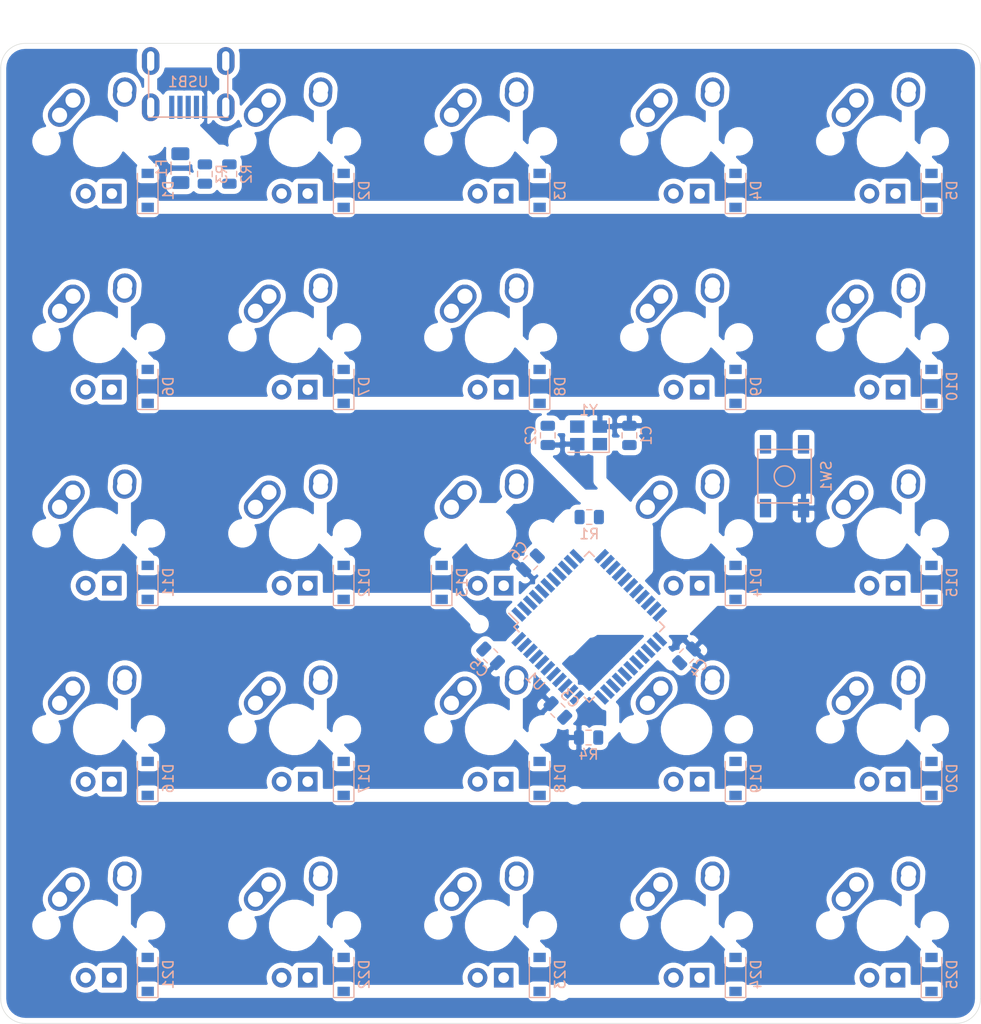
<source format=kicad_pcb>
(kicad_pcb (version 20171130) (host pcbnew "(5.1.4)-1")
  (layers (0 F.Cu signal) (31 B.Cu signal) (34 B.Paste user) (35 F.Paste user) (36 B.SilkS user) (37 F.SilkS user) (38 B.Mask user) (39 F.Mask user) (44 Edge.Cuts user))
  (net 0 "")
  (net 1 GND)
  (net 2 "Net-(C1-Pad1)")
  (net 3 "Net-(C2-Pad1)")
  (net 4 +5V)
  (net 5 "Net-(D1-Pad2)")
  (net 6 ROW0)
  (net 7 "Net-(D2-Pad2)")
  (net 8 "Net-(D3-Pad2)")
  (net 9 "Net-(D4-Pad2)")
  (net 10 "Net-(D5-Pad2)")
  (net 11 "Net-(D6-Pad2)")
  (net 12 ROW1)
  (net 13 "Net-(D7-Pad2)")
  (net 14 "Net-(D8-Pad2)")
  (net 15 "Net-(D9-Pad2)")
  (net 16 "Net-(D10-Pad2)")
  (net 17 "Net-(D11-Pad2)")
  (net 18 ROW2)
  (net 19 "Net-(D12-Pad2)")
  (net 20 "Net-(D13-Pad2)")
  (net 21 "Net-(D14-Pad2)")
  (net 22 "Net-(D15-Pad2)")
  (net 23 "Net-(D16-Pad2)")
  (net 24 ROW3)
  (net 25 "Net-(D17-Pad2)")
  (net 26 "Net-(D18-Pad2)")
  (net 27 "Net-(D19-Pad2)")
  (net 28 "Net-(D20-Pad2)")
  (net 29 "Net-(D21-Pad2)")
  (net 30 ROW4)
  (net 31 "Net-(D22-Pad2)")
  (net 32 "Net-(D23-Pad2)")
  (net 33 "Net-(D24-Pad2)")
  (net 34 "Net-(D25-Pad2)")
  (net 35 VCC)
  (net 36 COL0)
  (net 37 COL1)
  (net 38 COL2)
  (net 39 COL3)
  (net 40 COL4)
  (net 41 "Net-(R1-Pad2)")
  (net 42 D+)
  (net 43 "Net-(R2-Pad1)")
  (net 44 D-)
  (net 45 "Net-(R3-Pad1)")
  (net 46 "Net-(R4-Pad2)")
  (net 47 "Net-(U1-Pad42)")
  (net 48 "Net-(U1-Pad36)")
  (net 49 "Net-(U1-Pad32)")
  (net 50 "Net-(U1-Pad31)")
  (net 51 "Net-(U1-Pad30)")
  (net 52 "Net-(U1-Pad29)")
  (net 53 "Net-(U1-Pad28)")
  (net 54 "Net-(U1-Pad27)")
  (net 55 "Net-(U1-Pad26)")
  (net 56 "Net-(U1-Pad25)")
  (net 57 "Net-(U1-Pad12)")
  (net 58 "Net-(U1-Pad6)")
  (net 59 "Net-(U1-Pad1)")
  (net 60 "Net-(USB1-Pad6)")
  (net 61 "Net-(USB1-Pad2)")
  (net 62 "Net-(U1-Pad20)")
  (net 63 "Net-(U1-Pad19)")
  (net 64 "Net-(U1-Pad18)")
  (net 65 "Net-(U1-Pad8)")
  (module MX_Alps_Hybrid:MX-1U (layer F.Cu) (at 128.5875 65.0875)
    (fp_text reference MX1)
    (fp_text value MX-NoLED)
    (pad 2 thru_hole oval (at 2.5 -4.5 86.0548) (size 2.831378 2.25) (drill 1.47 (offset 0.290689 0)) (layers *.Cu B.Mask) (net 5 "Net-(D1-Pad2)"))
    (pad 2 thru_hole circle (at 2.54 -5.08) (size 2.25 2.25) (drill 1.47) (layers *.Cu B.Mask) (net 5 "Net-(D1-Pad2)"))
    (pad 1 thru_hole oval (at -3.81 -2.54 48.0996) (size 4.211556 2.25) (drill 1.47 (offset 0.980778 0)) (layers *.Cu B.Mask) (net 36 COL0))
    (pad "" np_thru_hole circle (at 0 0) (size 3.9878 3.9878) (drill 3.9878) (layers *.Cu *.Mask))
    (pad 1 thru_hole circle (at -2.5 -4) (size 2.25 2.25) (drill 1.47) (layers *.Cu B.Mask) (net 36 COL0))
    (pad 3 thru_hole circle (at -1.27 5.08) (size 1.905 1.905) (drill 1.04) (layers *.Cu B.Mask))
    (pad 4 thru_hole rect (at 1.27 5.08) (size 1.905 1.905) (drill 1.04) (layers *.Cu B.Mask))
    (pad "" np_thru_hole circle (at -5.08 0 48.0996) (size 1.75 1.75) (drill 1.75) (layers *.Cu *.Mask))
    (pad "" np_thru_hole circle (at 5.08 0 48.0996) (size 1.75 1.75) (drill 1.75) (layers *.Cu *.Mask))
  )
  (module Crystal:Crystal_SMD_3225-4Pin_3.2x2.5mm (layer B.Cu) (at 176.2125 93.6625 180)
    (fp_text reference Y1 (at 0 2.45) (layer B.SilkS) (effects (justify mirror)))
    (fp_text value 16MHz)
    (pad 4 smd rect (at -1.1 0.85 180) (size 1.4 1.2) (layers B.Cu B.Paste B.Mask) (net 1 GND))
    (pad 3 smd rect (at 1.1 0.85 180) (size 1.4 1.2) (layers B.Cu B.Paste B.Mask) (net 3 "Net-(C2-Pad1)"))
    (pad 2 smd rect (at 1.1 -0.85 180) (size 1.4 1.2) (layers B.Cu B.Paste B.Mask) (net 1 GND))
    (pad 1 smd rect (at -1.1 -0.85 180) (size 1.4 1.2) (layers B.Cu B.Paste B.Mask) (net 2 "Net-(C1-Pad1)"))
  )
  (module random-keyboard-parts:Molex-0548190589 (layer B.Cu) (at 137.287 57.277 270)
    (fp_text reference USB1 (at 2.032 0 180) (layer B.SilkS) (effects (justify mirror)))
    (fp_text value Molex-0548190589)
    (pad 6 thru_hole oval (at 0 3.65 270) (size 2.7 1.7) (drill oval 1.9 0.7) (layers *.Cu *.Mask) (net 60 "Net-(USB1-Pad6)"))
    (pad 6 thru_hole oval (at 0 -3.65 270) (size 2.7 1.7) (drill oval 1.9 0.7) (layers *.Cu *.Mask) (net 60 "Net-(USB1-Pad6)"))
    (pad 6 thru_hole oval (at 4.5 -3.65 270) (size 2.7 1.7) (drill oval 1.9 0.7) (layers *.Cu *.Mask) (net 60 "Net-(USB1-Pad6)"))
    (pad 6 thru_hole oval (at 4.5 3.65 270) (size 2.7 1.7) (drill oval 1.9 0.7) (layers *.Cu *.Mask) (net 60 "Net-(USB1-Pad6)"))
    (pad 5 smd rect (at 4.5 1.6 270) (size 2.25 0.5) (layers B.Cu B.Paste B.Mask) (net 35 VCC))
    (pad 4 smd rect (at 4.5 0.8 270) (size 2.25 0.5) (layers B.Cu B.Paste B.Mask) (net 44 D-))
    (pad 3 smd rect (at 4.5 0 270) (size 2.25 0.5) (layers B.Cu B.Paste B.Mask) (net 42 D+))
    (pad 2 smd rect (at 4.5 -0.8 270) (size 2.25 0.5) (layers B.Cu B.Paste B.Mask) (net 61 "Net-(USB1-Pad2)"))
    (pad 1 smd rect (at 4.5 -1.6 270) (size 2.25 0.5) (layers B.Cu B.Paste B.Mask) (net 1 GND))
  )
  (module Package_QFP:TQFP-44_10x10mm_P0.8mm (layer B.Cu) (at 176.276 112.268 315)
    (fp_text reference U1 (at 0 7.45 135) (layer B.SilkS) (effects (justify mirror)))
    (fp_text value ATmega32U4-AU)
    (pad 1 smd rect (at -5.7 4 315) (size 1.5 0.55) (layers B.Cu B.Paste B.Mask) (net 59 "Net-(U1-Pad1)"))
    (pad 2 smd rect (at -5.7 3.2 315) (size 1.5 0.55) (layers B.Cu B.Paste B.Mask) (net 4 +5V))
    (pad 3 smd rect (at -5.7 2.4 315) (size 1.5 0.55) (layers B.Cu B.Paste B.Mask) (net 45 "Net-(R3-Pad1)"))
    (pad 4 smd rect (at -5.7 1.6 315) (size 1.5 0.55) (layers B.Cu B.Paste B.Mask) (net 43 "Net-(R2-Pad1)"))
    (pad 5 smd rect (at -5.7 0.8 315) (size 1.5 0.55) (layers B.Cu B.Paste B.Mask) (net 1 GND))
    (pad 6 smd rect (at -5.7 0 315) (size 1.5 0.55) (layers B.Cu B.Paste B.Mask) (net 58 "Net-(U1-Pad6)"))
    (pad 7 smd rect (at -5.7 -0.8 315) (size 1.5 0.55) (layers B.Cu B.Paste B.Mask) (net 4 +5V))
    (pad 8 smd rect (at -5.7 -1.6 315) (size 1.5 0.55) (layers B.Cu B.Paste B.Mask) (net 65 "Net-(U1-Pad8)"))
    (pad 9 smd rect (at -5.7 -2.4 315) (size 1.5 0.55) (layers B.Cu B.Paste B.Mask) (net 36 COL0))
    (pad 10 smd rect (at -5.7 -3.2 315) (size 1.5 0.55) (layers B.Cu B.Paste B.Mask) (net 37 COL1))
    (pad 11 smd rect (at -5.7 -4 315) (size 1.5 0.55) (layers B.Cu B.Paste B.Mask) (net 38 COL2))
    (pad 12 smd rect (at -4 -5.7 225) (size 1.5 0.55) (layers B.Cu B.Paste B.Mask) (net 57 "Net-(U1-Pad12)"))
    (pad 13 smd rect (at -3.2 -5.7 225) (size 1.5 0.55) (layers B.Cu B.Paste B.Mask) (net 41 "Net-(R1-Pad2)"))
    (pad 14 smd rect (at -2.4 -5.7 225) (size 1.5 0.55) (layers B.Cu B.Paste B.Mask) (net 4 +5V))
    (pad 15 smd rect (at -1.6 -5.7 225) (size 1.5 0.55) (layers B.Cu B.Paste B.Mask) (net 1 GND))
    (pad 16 smd rect (at -0.8 -5.7 225) (size 1.5 0.55) (layers B.Cu B.Paste B.Mask) (net 3 "Net-(C2-Pad1)"))
    (pad 17 smd rect (at 0 -5.7 225) (size 1.5 0.55) (layers B.Cu B.Paste B.Mask) (net 2 "Net-(C1-Pad1)"))
    (pad 18 smd rect (at 0.8 -5.7 225) (size 1.5 0.55) (layers B.Cu B.Paste B.Mask) (net 64 "Net-(U1-Pad18)"))
    (pad 19 smd rect (at 1.6 -5.7 225) (size 1.5 0.55) (layers B.Cu B.Paste B.Mask) (net 63 "Net-(U1-Pad19)"))
    (pad 20 smd rect (at 2.4 -5.7 225) (size 1.5 0.55) (layers B.Cu B.Paste B.Mask) (net 62 "Net-(U1-Pad20)"))
    (pad 21 smd rect (at 3.2 -5.7 225) (size 1.5 0.55) (layers B.Cu B.Paste B.Mask) (net 39 COL3))
    (pad 22 smd rect (at 4 -5.7 225) (size 1.5 0.55) (layers B.Cu B.Paste B.Mask) (net 40 COL4))
    (pad 23 smd rect (at 5.7 -4 315) (size 1.5 0.55) (layers B.Cu B.Paste B.Mask) (net 1 GND))
    (pad 24 smd rect (at 5.7 -3.2 315) (size 1.5 0.55) (layers B.Cu B.Paste B.Mask) (net 4 +5V))
    (pad 25 smd rect (at 5.7 -2.4 315) (size 1.5 0.55) (layers B.Cu B.Paste B.Mask) (net 56 "Net-(U1-Pad25)"))
    (pad 26 smd rect (at 5.7 -1.6 315) (size 1.5 0.55) (layers B.Cu B.Paste B.Mask) (net 55 "Net-(U1-Pad26)"))
    (pad 27 smd rect (at 5.7 -0.8 315) (size 1.5 0.55) (layers B.Cu B.Paste B.Mask) (net 54 "Net-(U1-Pad27)"))
    (pad 28 smd rect (at 5.7 0 315) (size 1.5 0.55) (layers B.Cu B.Paste B.Mask) (net 53 "Net-(U1-Pad28)"))
    (pad 29 smd rect (at 5.7 0.8 315) (size 1.5 0.55) (layers B.Cu B.Paste B.Mask) (net 52 "Net-(U1-Pad29)"))
    (pad 30 smd rect (at 5.7 1.6 315) (size 1.5 0.55) (layers B.Cu B.Paste B.Mask) (net 51 "Net-(U1-Pad30)"))
    (pad 31 smd rect (at 5.7 2.4 315) (size 1.5 0.55) (layers B.Cu B.Paste B.Mask) (net 50 "Net-(U1-Pad31)"))
    (pad 32 smd rect (at 5.7 3.2 315) (size 1.5 0.55) (layers B.Cu B.Paste B.Mask) (net 49 "Net-(U1-Pad32)"))
    (pad 33 smd rect (at 5.7 4 315) (size 1.5 0.55) (layers B.Cu B.Paste B.Mask) (net 46 "Net-(R4-Pad2)"))
    (pad 34 smd rect (at 4 5.7 225) (size 1.5 0.55) (layers B.Cu B.Paste B.Mask) (net 4 +5V))
    (pad 35 smd rect (at 3.2 5.7 225) (size 1.5 0.55) (layers B.Cu B.Paste B.Mask) (net 1 GND))
    (pad 36 smd rect (at 2.4 5.7 225) (size 1.5 0.55) (layers B.Cu B.Paste B.Mask) (net 48 "Net-(U1-Pad36)"))
    (pad 37 smd rect (at 1.6 5.7 225) (size 1.5 0.55) (layers B.Cu B.Paste B.Mask) (net 6 ROW0))
    (pad 38 smd rect (at 0.8 5.7 225) (size 1.5 0.55) (layers B.Cu B.Paste B.Mask) (net 12 ROW1))
    (pad 39 smd rect (at 0 5.7 225) (size 1.5 0.55) (layers B.Cu B.Paste B.Mask) (net 18 ROW2))
    (pad 40 smd rect (at -0.8 5.7 225) (size 1.5 0.55) (layers B.Cu B.Paste B.Mask) (net 24 ROW3))
    (pad 41 smd rect (at -1.6 5.7 225) (size 1.5 0.55) (layers B.Cu B.Paste B.Mask) (net 30 ROW4))
    (pad 42 smd rect (at -2.4 5.7 225) (size 1.5 0.55) (layers B.Cu B.Paste B.Mask) (net 47 "Net-(U1-Pad42)"))
    (pad 43 smd rect (at -3.2 5.7 225) (size 1.5 0.55) (layers B.Cu B.Paste B.Mask) (net 1 GND))
    (pad 44 smd rect (at -4 5.7 225) (size 1.5 0.55) (layers B.Cu B.Paste B.Mask) (net 4 +5V))
  )
  (module random-keyboard-parts:SKQG-1155865 (layer B.Cu) (at 195.2625 97.63125 270)
    (fp_text reference SW1 (at 0 -4.064 90) (layer B.SilkS) (effects (justify mirror)))
    (fp_text value SW_Push)
    (pad 1 smd rect (at 3.1 -1.85 270) (size 1.8 1.1) (layers B.Cu B.Paste B.Mask) (net 1 GND))
    (pad 2 smd rect (at -3.1 1.85 270) (size 1.8 1.1) (layers B.Cu B.Paste B.Mask) (net 41 "Net-(R1-Pad2)"))
    (pad 3 smd rect (at 3.1 1.85 270) (size 1.8 1.1) (layers B.Cu B.Paste B.Mask))
    (pad 4 smd rect (at -3.1 -1.85 270) (size 1.8 1.1) (layers B.Cu B.Paste B.Mask))
  )
  (module Resistor_SMD:R_0805_2012Metric (layer B.Cu) (at 176.2125 123.03125)
    (fp_text reference R4 (at 0 1.65) (layer B.SilkS) (effects (justify mirror)))
    (fp_text value 10k)
    (pad 2 smd roundrect (at 0.9375 0) (size 0.975 1.4) (layers B.Cu B.Paste B.Mask) (net 46 "Net-(R4-Pad2)"))
    (pad 1 smd roundrect (at -0.9375 0) (size 0.975 1.4) (layers B.Cu B.Paste B.Mask) (net 1 GND))
  )
  (module Resistor_SMD:R_0805_2012Metric (layer B.Cu) (at 138.90625 68.2625 90)
    (fp_text reference R3 (at 0 1.65 90) (layer B.SilkS) (effects (justify mirror)))
    (fp_text value 22)
    (pad 2 smd roundrect (at 0.9375 0 90) (size 0.975 1.4) (layers B.Cu B.Paste B.Mask) (net 44 D-))
    (pad 1 smd roundrect (at -0.9375 0 90) (size 0.975 1.4) (layers B.Cu B.Paste B.Mask) (net 45 "Net-(R3-Pad1)"))
  )
  (module Resistor_SMD:R_0805_2012Metric (layer B.Cu) (at 141.2875 68.2625 90)
    (fp_text reference R2 (at 0 1.65 90) (layer B.SilkS) (effects (justify mirror)))
    (fp_text value 22)
    (pad 2 smd roundrect (at 0.9375 0 90) (size 0.975 1.4) (layers B.Cu B.Paste B.Mask) (net 42 D+))
    (pad 1 smd roundrect (at -0.9375 0 90) (size 0.975 1.4) (layers B.Cu B.Paste B.Mask) (net 43 "Net-(R2-Pad1)"))
  )
  (module Resistor_SMD:R_0805_2012Metric (layer B.Cu) (at 176.276 101.6)
    (fp_text reference R1 (at 0 1.65) (layer B.SilkS) (effects (justify mirror)))
    (fp_text value 10k)
    (pad 2 smd roundrect (at 0.9375 0) (size 0.975 1.4) (layers B.Cu B.Paste B.Mask) (net 41 "Net-(R1-Pad2)"))
    (pad 1 smd roundrect (at -0.9375 0) (size 0.975 1.4) (layers B.Cu B.Paste B.Mask) (net 4 +5V))
  )
  (module MX_Alps_Hybrid:MX-1U (layer F.Cu) (at 204.7875 141.2875)
    (fp_text reference MX25)
    (fp_text value MX-NoLED)
    (pad 2 thru_hole oval (at 2.5 -4.5 86.0548) (size 2.831378 2.25) (drill 1.47 (offset 0.290689 0)) (layers *.Cu B.Mask) (net 34 "Net-(D25-Pad2)"))
    (pad 2 thru_hole circle (at 2.54 -5.08) (size 2.25 2.25) (drill 1.47) (layers *.Cu B.Mask) (net 34 "Net-(D25-Pad2)"))
    (pad 1 thru_hole oval (at -3.81 -2.54 48.0996) (size 4.211556 2.25) (drill 1.47 (offset 0.980778 0)) (layers *.Cu B.Mask) (net 40 COL4))
    (pad "" np_thru_hole circle (at 0 0) (size 3.9878 3.9878) (drill 3.9878) (layers *.Cu *.Mask))
    (pad 1 thru_hole circle (at -2.5 -4) (size 2.25 2.25) (drill 1.47) (layers *.Cu B.Mask) (net 40 COL4))
    (pad 3 thru_hole circle (at -1.27 5.08) (size 1.905 1.905) (drill 1.04) (layers *.Cu B.Mask))
    (pad 4 thru_hole rect (at 1.27 5.08) (size 1.905 1.905) (drill 1.04) (layers *.Cu B.Mask))
    (pad "" np_thru_hole circle (at -5.08 0 48.0996) (size 1.75 1.75) (drill 1.75) (layers *.Cu *.Mask))
    (pad "" np_thru_hole circle (at 5.08 0 48.0996) (size 1.75 1.75) (drill 1.75) (layers *.Cu *.Mask))
  )
  (module MX_Alps_Hybrid:MX-1U (layer F.Cu) (at 185.7375 141.2875)
    (fp_text reference MX24)
    (fp_text value MX-NoLED)
    (pad 2 thru_hole oval (at 2.5 -4.5 86.0548) (size 2.831378 2.25) (drill 1.47 (offset 0.290689 0)) (layers *.Cu B.Mask) (net 33 "Net-(D24-Pad2)"))
    (pad 2 thru_hole circle (at 2.54 -5.08) (size 2.25 2.25) (drill 1.47) (layers *.Cu B.Mask) (net 33 "Net-(D24-Pad2)"))
    (pad 1 thru_hole oval (at -3.81 -2.54 48.0996) (size 4.211556 2.25) (drill 1.47 (offset 0.980778 0)) (layers *.Cu B.Mask) (net 39 COL3))
    (pad "" np_thru_hole circle (at 0 0) (size 3.9878 3.9878) (drill 3.9878) (layers *.Cu *.Mask))
    (pad 1 thru_hole circle (at -2.5 -4) (size 2.25 2.25) (drill 1.47) (layers *.Cu B.Mask) (net 39 COL3))
    (pad 3 thru_hole circle (at -1.27 5.08) (size 1.905 1.905) (drill 1.04) (layers *.Cu B.Mask))
    (pad 4 thru_hole rect (at 1.27 5.08) (size 1.905 1.905) (drill 1.04) (layers *.Cu B.Mask))
    (pad "" np_thru_hole circle (at -5.08 0 48.0996) (size 1.75 1.75) (drill 1.75) (layers *.Cu *.Mask))
    (pad "" np_thru_hole circle (at 5.08 0 48.0996) (size 1.75 1.75) (drill 1.75) (layers *.Cu *.Mask))
  )
  (module MX_Alps_Hybrid:MX-1U (layer F.Cu) (at 166.6875 141.2875)
    (fp_text reference MX23)
    (fp_text value MX-NoLED)
    (pad 2 thru_hole oval (at 2.5 -4.5 86.0548) (size 2.831378 2.25) (drill 1.47 (offset 0.290689 0)) (layers *.Cu B.Mask) (net 32 "Net-(D23-Pad2)"))
    (pad 2 thru_hole circle (at 2.54 -5.08) (size 2.25 2.25) (drill 1.47) (layers *.Cu B.Mask) (net 32 "Net-(D23-Pad2)"))
    (pad 1 thru_hole oval (at -3.81 -2.54 48.0996) (size 4.211556 2.25) (drill 1.47 (offset 0.980778 0)) (layers *.Cu B.Mask) (net 38 COL2))
    (pad "" np_thru_hole circle (at 0 0) (size 3.9878 3.9878) (drill 3.9878) (layers *.Cu *.Mask))
    (pad 1 thru_hole circle (at -2.5 -4) (size 2.25 2.25) (drill 1.47) (layers *.Cu B.Mask) (net 38 COL2))
    (pad 3 thru_hole circle (at -1.27 5.08) (size 1.905 1.905) (drill 1.04) (layers *.Cu B.Mask))
    (pad 4 thru_hole rect (at 1.27 5.08) (size 1.905 1.905) (drill 1.04) (layers *.Cu B.Mask))
    (pad "" np_thru_hole circle (at -5.08 0 48.0996) (size 1.75 1.75) (drill 1.75) (layers *.Cu *.Mask))
    (pad "" np_thru_hole circle (at 5.08 0 48.0996) (size 1.75 1.75) (drill 1.75) (layers *.Cu *.Mask))
  )
  (module MX_Alps_Hybrid:MX-1U (layer F.Cu) (at 147.6375 141.2875)
    (fp_text reference MX22)
    (fp_text value MX-NoLED)
    (pad 2 thru_hole oval (at 2.5 -4.5 86.0548) (size 2.831378 2.25) (drill 1.47 (offset 0.290689 0)) (layers *.Cu B.Mask) (net 31 "Net-(D22-Pad2)"))
    (pad 2 thru_hole circle (at 2.54 -5.08) (size 2.25 2.25) (drill 1.47) (layers *.Cu B.Mask) (net 31 "Net-(D22-Pad2)"))
    (pad 1 thru_hole oval (at -3.81 -2.54 48.0996) (size 4.211556 2.25) (drill 1.47 (offset 0.980778 0)) (layers *.Cu B.Mask) (net 37 COL1))
    (pad "" np_thru_hole circle (at 0 0) (size 3.9878 3.9878) (drill 3.9878) (layers *.Cu *.Mask))
    (pad 1 thru_hole circle (at -2.5 -4) (size 2.25 2.25) (drill 1.47) (layers *.Cu B.Mask) (net 37 COL1))
    (pad 3 thru_hole circle (at -1.27 5.08) (size 1.905 1.905) (drill 1.04) (layers *.Cu B.Mask))
    (pad 4 thru_hole rect (at 1.27 5.08) (size 1.905 1.905) (drill 1.04) (layers *.Cu B.Mask))
    (pad "" np_thru_hole circle (at -5.08 0 48.0996) (size 1.75 1.75) (drill 1.75) (layers *.Cu *.Mask))
    (pad "" np_thru_hole circle (at 5.08 0 48.0996) (size 1.75 1.75) (drill 1.75) (layers *.Cu *.Mask))
  )
  (module MX_Alps_Hybrid:MX-1U (layer F.Cu) (at 128.5875 141.2875)
    (fp_text reference MX21)
    (fp_text value MX-NoLED)
    (pad 2 thru_hole oval (at 2.5 -4.5 86.0548) (size 2.831378 2.25) (drill 1.47 (offset 0.290689 0)) (layers *.Cu B.Mask) (net 29 "Net-(D21-Pad2)"))
    (pad 2 thru_hole circle (at 2.54 -5.08) (size 2.25 2.25) (drill 1.47) (layers *.Cu B.Mask) (net 29 "Net-(D21-Pad2)"))
    (pad 1 thru_hole oval (at -3.81 -2.54 48.0996) (size 4.211556 2.25) (drill 1.47 (offset 0.980778 0)) (layers *.Cu B.Mask) (net 36 COL0))
    (pad "" np_thru_hole circle (at 0 0) (size 3.9878 3.9878) (drill 3.9878) (layers *.Cu *.Mask))
    (pad 1 thru_hole circle (at -2.5 -4) (size 2.25 2.25) (drill 1.47) (layers *.Cu B.Mask) (net 36 COL0))
    (pad 3 thru_hole circle (at -1.27 5.08) (size 1.905 1.905) (drill 1.04) (layers *.Cu B.Mask))
    (pad 4 thru_hole rect (at 1.27 5.08) (size 1.905 1.905) (drill 1.04) (layers *.Cu B.Mask))
    (pad "" np_thru_hole circle (at -5.08 0 48.0996) (size 1.75 1.75) (drill 1.75) (layers *.Cu *.Mask))
    (pad "" np_thru_hole circle (at 5.08 0 48.0996) (size 1.75 1.75) (drill 1.75) (layers *.Cu *.Mask))
  )
  (module MX_Alps_Hybrid:MX-1U (layer F.Cu) (at 204.7875 122.2375)
    (fp_text reference MX20)
    (fp_text value MX-NoLED)
    (pad 2 thru_hole oval (at 2.5 -4.5 86.0548) (size 2.831378 2.25) (drill 1.47 (offset 0.290689 0)) (layers *.Cu B.Mask) (net 28 "Net-(D20-Pad2)"))
    (pad 2 thru_hole circle (at 2.54 -5.08) (size 2.25 2.25) (drill 1.47) (layers *.Cu B.Mask) (net 28 "Net-(D20-Pad2)"))
    (pad 1 thru_hole oval (at -3.81 -2.54 48.0996) (size 4.211556 2.25) (drill 1.47 (offset 0.980778 0)) (layers *.Cu B.Mask) (net 40 COL4))
    (pad "" np_thru_hole circle (at 0 0) (size 3.9878 3.9878) (drill 3.9878) (layers *.Cu *.Mask))
    (pad 1 thru_hole circle (at -2.5 -4) (size 2.25 2.25) (drill 1.47) (layers *.Cu B.Mask) (net 40 COL4))
    (pad 3 thru_hole circle (at -1.27 5.08) (size 1.905 1.905) (drill 1.04) (layers *.Cu B.Mask))
    (pad 4 thru_hole rect (at 1.27 5.08) (size 1.905 1.905) (drill 1.04) (layers *.Cu B.Mask))
    (pad "" np_thru_hole circle (at -5.08 0 48.0996) (size 1.75 1.75) (drill 1.75) (layers *.Cu *.Mask))
    (pad "" np_thru_hole circle (at 5.08 0 48.0996) (size 1.75 1.75) (drill 1.75) (layers *.Cu *.Mask))
  )
  (module MX_Alps_Hybrid:MX-1U (layer F.Cu) (at 185.7375 122.2375)
    (fp_text reference MX19)
    (fp_text value MX-NoLED)
    (pad 2 thru_hole oval (at 2.5 -4.5 86.0548) (size 2.831378 2.25) (drill 1.47 (offset 0.290689 0)) (layers *.Cu B.Mask) (net 27 "Net-(D19-Pad2)"))
    (pad 2 thru_hole circle (at 2.54 -5.08) (size 2.25 2.25) (drill 1.47) (layers *.Cu B.Mask) (net 27 "Net-(D19-Pad2)"))
    (pad 1 thru_hole oval (at -3.81 -2.54 48.0996) (size 4.211556 2.25) (drill 1.47 (offset 0.980778 0)) (layers *.Cu B.Mask) (net 39 COL3))
    (pad "" np_thru_hole circle (at 0 0) (size 3.9878 3.9878) (drill 3.9878) (layers *.Cu *.Mask))
    (pad 1 thru_hole circle (at -2.5 -4) (size 2.25 2.25) (drill 1.47) (layers *.Cu B.Mask) (net 39 COL3))
    (pad 3 thru_hole circle (at -1.27 5.08) (size 1.905 1.905) (drill 1.04) (layers *.Cu B.Mask))
    (pad 4 thru_hole rect (at 1.27 5.08) (size 1.905 1.905) (drill 1.04) (layers *.Cu B.Mask))
    (pad "" np_thru_hole circle (at -5.08 0 48.0996) (size 1.75 1.75) (drill 1.75) (layers *.Cu *.Mask))
    (pad "" np_thru_hole circle (at 5.08 0 48.0996) (size 1.75 1.75) (drill 1.75) (layers *.Cu *.Mask))
  )
  (module MX_Alps_Hybrid:MX-1U (layer F.Cu) (at 166.6875 122.2375)
    (fp_text reference MX18)
    (fp_text value MX-NoLED)
    (pad 2 thru_hole oval (at 2.5 -4.5 86.0548) (size 2.831378 2.25) (drill 1.47 (offset 0.290689 0)) (layers *.Cu B.Mask) (net 26 "Net-(D18-Pad2)"))
    (pad 2 thru_hole circle (at 2.54 -5.08) (size 2.25 2.25) (drill 1.47) (layers *.Cu B.Mask) (net 26 "Net-(D18-Pad2)"))
    (pad 1 thru_hole oval (at -3.81 -2.54 48.0996) (size 4.211556 2.25) (drill 1.47 (offset 0.980778 0)) (layers *.Cu B.Mask) (net 38 COL2))
    (pad "" np_thru_hole circle (at 0 0) (size 3.9878 3.9878) (drill 3.9878) (layers *.Cu *.Mask))
    (pad 1 thru_hole circle (at -2.5 -4) (size 2.25 2.25) (drill 1.47) (layers *.Cu B.Mask) (net 38 COL2))
    (pad 3 thru_hole circle (at -1.27 5.08) (size 1.905 1.905) (drill 1.04) (layers *.Cu B.Mask))
    (pad 4 thru_hole rect (at 1.27 5.08) (size 1.905 1.905) (drill 1.04) (layers *.Cu B.Mask))
    (pad "" np_thru_hole circle (at -5.08 0 48.0996) (size 1.75 1.75) (drill 1.75) (layers *.Cu *.Mask))
    (pad "" np_thru_hole circle (at 5.08 0 48.0996) (size 1.75 1.75) (drill 1.75) (layers *.Cu *.Mask))
  )
  (module MX_Alps_Hybrid:MX-1U (layer F.Cu) (at 147.6375 122.2375)
    (fp_text reference MX17)
    (fp_text value MX-NoLED)
    (pad 2 thru_hole oval (at 2.5 -4.5 86.0548) (size 2.831378 2.25) (drill 1.47 (offset 0.290689 0)) (layers *.Cu B.Mask) (net 25 "Net-(D17-Pad2)"))
    (pad 2 thru_hole circle (at 2.54 -5.08) (size 2.25 2.25) (drill 1.47) (layers *.Cu B.Mask) (net 25 "Net-(D17-Pad2)"))
    (pad 1 thru_hole oval (at -3.81 -2.54 48.0996) (size 4.211556 2.25) (drill 1.47 (offset 0.980778 0)) (layers *.Cu B.Mask) (net 37 COL1))
    (pad "" np_thru_hole circle (at 0 0) (size 3.9878 3.9878) (drill 3.9878) (layers *.Cu *.Mask))
    (pad 1 thru_hole circle (at -2.5 -4) (size 2.25 2.25) (drill 1.47) (layers *.Cu B.Mask) (net 37 COL1))
    (pad 3 thru_hole circle (at -1.27 5.08) (size 1.905 1.905) (drill 1.04) (layers *.Cu B.Mask))
    (pad 4 thru_hole rect (at 1.27 5.08) (size 1.905 1.905) (drill 1.04) (layers *.Cu B.Mask))
    (pad "" np_thru_hole circle (at -5.08 0 48.0996) (size 1.75 1.75) (drill 1.75) (layers *.Cu *.Mask))
    (pad "" np_thru_hole circle (at 5.08 0 48.0996) (size 1.75 1.75) (drill 1.75) (layers *.Cu *.Mask))
  )
  (module MX_Alps_Hybrid:MX-1U (layer F.Cu) (at 128.5875 122.2375)
    (fp_text reference MX16)
    (fp_text value MX-NoLED)
    (pad 2 thru_hole oval (at 2.5 -4.5 86.0548) (size 2.831378 2.25) (drill 1.47 (offset 0.290689 0)) (layers *.Cu B.Mask) (net 23 "Net-(D16-Pad2)"))
    (pad 2 thru_hole circle (at 2.54 -5.08) (size 2.25 2.25) (drill 1.47) (layers *.Cu B.Mask) (net 23 "Net-(D16-Pad2)"))
    (pad 1 thru_hole oval (at -3.81 -2.54 48.0996) (size 4.211556 2.25) (drill 1.47 (offset 0.980778 0)) (layers *.Cu B.Mask) (net 36 COL0))
    (pad "" np_thru_hole circle (at 0 0) (size 3.9878 3.9878) (drill 3.9878) (layers *.Cu *.Mask))
    (pad 1 thru_hole circle (at -2.5 -4) (size 2.25 2.25) (drill 1.47) (layers *.Cu B.Mask) (net 36 COL0))
    (pad 3 thru_hole circle (at -1.27 5.08) (size 1.905 1.905) (drill 1.04) (layers *.Cu B.Mask))
    (pad 4 thru_hole rect (at 1.27 5.08) (size 1.905 1.905) (drill 1.04) (layers *.Cu B.Mask))
    (pad "" np_thru_hole circle (at -5.08 0 48.0996) (size 1.75 1.75) (drill 1.75) (layers *.Cu *.Mask))
    (pad "" np_thru_hole circle (at 5.08 0 48.0996) (size 1.75 1.75) (drill 1.75) (layers *.Cu *.Mask))
  )
  (module MX_Alps_Hybrid:MX-1U (layer F.Cu) (at 204.7875 103.1875)
    (fp_text reference MX15)
    (fp_text value MX-NoLED)
    (pad 2 thru_hole oval (at 2.5 -4.5 86.0548) (size 2.831378 2.25) (drill 1.47 (offset 0.290689 0)) (layers *.Cu B.Mask) (net 22 "Net-(D15-Pad2)"))
    (pad 2 thru_hole circle (at 2.54 -5.08) (size 2.25 2.25) (drill 1.47) (layers *.Cu B.Mask) (net 22 "Net-(D15-Pad2)"))
    (pad 1 thru_hole oval (at -3.81 -2.54 48.0996) (size 4.211556 2.25) (drill 1.47 (offset 0.980778 0)) (layers *.Cu B.Mask) (net 40 COL4))
    (pad "" np_thru_hole circle (at 0 0) (size 3.9878 3.9878) (drill 3.9878) (layers *.Cu *.Mask))
    (pad 1 thru_hole circle (at -2.5 -4) (size 2.25 2.25) (drill 1.47) (layers *.Cu B.Mask) (net 40 COL4))
    (pad 3 thru_hole circle (at -1.27 5.08) (size 1.905 1.905) (drill 1.04) (layers *.Cu B.Mask))
    (pad 4 thru_hole rect (at 1.27 5.08) (size 1.905 1.905) (drill 1.04) (layers *.Cu B.Mask))
    (pad "" np_thru_hole circle (at -5.08 0 48.0996) (size 1.75 1.75) (drill 1.75) (layers *.Cu *.Mask))
    (pad "" np_thru_hole circle (at 5.08 0 48.0996) (size 1.75 1.75) (drill 1.75) (layers *.Cu *.Mask))
  )
  (module MX_Alps_Hybrid:MX-1U (layer F.Cu) (at 185.7375 103.1875)
    (fp_text reference MX14)
    (fp_text value MX-NoLED)
    (pad 2 thru_hole oval (at 2.5 -4.5 86.0548) (size 2.831378 2.25) (drill 1.47 (offset 0.290689 0)) (layers *.Cu B.Mask) (net 21 "Net-(D14-Pad2)"))
    (pad 2 thru_hole circle (at 2.54 -5.08) (size 2.25 2.25) (drill 1.47) (layers *.Cu B.Mask) (net 21 "Net-(D14-Pad2)"))
    (pad 1 thru_hole oval (at -3.81 -2.54 48.0996) (size 4.211556 2.25) (drill 1.47 (offset 0.980778 0)) (layers *.Cu B.Mask) (net 39 COL3))
    (pad "" np_thru_hole circle (at 0 0) (size 3.9878 3.9878) (drill 3.9878) (layers *.Cu *.Mask))
    (pad 1 thru_hole circle (at -2.5 -4) (size 2.25 2.25) (drill 1.47) (layers *.Cu B.Mask) (net 39 COL3))
    (pad 3 thru_hole circle (at -1.27 5.08) (size 1.905 1.905) (drill 1.04) (layers *.Cu B.Mask))
    (pad 4 thru_hole rect (at 1.27 5.08) (size 1.905 1.905) (drill 1.04) (layers *.Cu B.Mask))
    (pad "" np_thru_hole circle (at -5.08 0 48.0996) (size 1.75 1.75) (drill 1.75) (layers *.Cu *.Mask))
    (pad "" np_thru_hole circle (at 5.08 0 48.0996) (size 1.75 1.75) (drill 1.75) (layers *.Cu *.Mask))
  )
  (module MX_Alps_Hybrid:MX-1U (layer F.Cu) (at 166.6875 103.1875)
    (fp_text reference MX13)
    (fp_text value MX-NoLED)
    (pad 2 thru_hole oval (at 2.5 -4.5 86.0548) (size 2.831378 2.25) (drill 1.47 (offset 0.290689 0)) (layers *.Cu B.Mask) (net 20 "Net-(D13-Pad2)"))
    (pad 2 thru_hole circle (at 2.54 -5.08) (size 2.25 2.25) (drill 1.47) (layers *.Cu B.Mask) (net 20 "Net-(D13-Pad2)"))
    (pad 1 thru_hole oval (at -3.81 -2.54 48.0996) (size 4.211556 2.25) (drill 1.47 (offset 0.980778 0)) (layers *.Cu B.Mask) (net 38 COL2))
    (pad "" np_thru_hole circle (at 0 0) (size 3.9878 3.9878) (drill 3.9878) (layers *.Cu *.Mask))
    (pad 1 thru_hole circle (at -2.5 -4) (size 2.25 2.25) (drill 1.47) (layers *.Cu B.Mask) (net 38 COL2))
    (pad 3 thru_hole circle (at -1.27 5.08) (size 1.905 1.905) (drill 1.04) (layers *.Cu B.Mask))
    (pad 4 thru_hole rect (at 1.27 5.08) (size 1.905 1.905) (drill 1.04) (layers *.Cu B.Mask))
    (pad "" np_thru_hole circle (at -5.08 0 48.0996) (size 1.75 1.75) (drill 1.75) (layers *.Cu *.Mask))
    (pad "" np_thru_hole circle (at 5.08 0 48.0996) (size 1.75 1.75) (drill 1.75) (layers *.Cu *.Mask))
  )
  (module MX_Alps_Hybrid:MX-1U (layer F.Cu) (at 147.6375 103.1875)
    (fp_text reference MX12)
    (fp_text value MX-NoLED)
    (pad 2 thru_hole oval (at 2.5 -4.5 86.0548) (size 2.831378 2.25) (drill 1.47 (offset 0.290689 0)) (layers *.Cu B.Mask) (net 19 "Net-(D12-Pad2)"))
    (pad 2 thru_hole circle (at 2.54 -5.08) (size 2.25 2.25) (drill 1.47) (layers *.Cu B.Mask) (net 19 "Net-(D12-Pad2)"))
    (pad 1 thru_hole oval (at -3.81 -2.54 48.0996) (size 4.211556 2.25) (drill 1.47 (offset 0.980778 0)) (layers *.Cu B.Mask) (net 37 COL1))
    (pad "" np_thru_hole circle (at 0 0) (size 3.9878 3.9878) (drill 3.9878) (layers *.Cu *.Mask))
    (pad 1 thru_hole circle (at -2.5 -4) (size 2.25 2.25) (drill 1.47) (layers *.Cu B.Mask) (net 37 COL1))
    (pad 3 thru_hole circle (at -1.27 5.08) (size 1.905 1.905) (drill 1.04) (layers *.Cu B.Mask))
    (pad 4 thru_hole rect (at 1.27 5.08) (size 1.905 1.905) (drill 1.04) (layers *.Cu B.Mask))
    (pad "" np_thru_hole circle (at -5.08 0 48.0996) (size 1.75 1.75) (drill 1.75) (layers *.Cu *.Mask))
    (pad "" np_thru_hole circle (at 5.08 0 48.0996) (size 1.75 1.75) (drill 1.75) (layers *.Cu *.Mask))
  )
  (module MX_Alps_Hybrid:MX-1U (layer F.Cu) (at 128.5875 103.1875)
    (fp_text reference MX11)
    (fp_text value MX-NoLED)
    (pad 2 thru_hole oval (at 2.5 -4.5 86.0548) (size 2.831378 2.25) (drill 1.47 (offset 0.290689 0)) (layers *.Cu B.Mask) (net 17 "Net-(D11-Pad2)"))
    (pad 2 thru_hole circle (at 2.54 -5.08) (size 2.25 2.25) (drill 1.47) (layers *.Cu B.Mask) (net 17 "Net-(D11-Pad2)"))
    (pad 1 thru_hole oval (at -3.81 -2.54 48.0996) (size 4.211556 2.25) (drill 1.47 (offset 0.980778 0)) (layers *.Cu B.Mask) (net 36 COL0))
    (pad "" np_thru_hole circle (at 0 0) (size 3.9878 3.9878) (drill 3.9878) (layers *.Cu *.Mask))
    (pad 1 thru_hole circle (at -2.5 -4) (size 2.25 2.25) (drill 1.47) (layers *.Cu B.Mask) (net 36 COL0))
    (pad 3 thru_hole circle (at -1.27 5.08) (size 1.905 1.905) (drill 1.04) (layers *.Cu B.Mask))
    (pad 4 thru_hole rect (at 1.27 5.08) (size 1.905 1.905) (drill 1.04) (layers *.Cu B.Mask))
    (pad "" np_thru_hole circle (at -5.08 0 48.0996) (size 1.75 1.75) (drill 1.75) (layers *.Cu *.Mask))
    (pad "" np_thru_hole circle (at 5.08 0 48.0996) (size 1.75 1.75) (drill 1.75) (layers *.Cu *.Mask))
  )
  (module MX_Alps_Hybrid:MX-1U (layer F.Cu) (at 204.7875 84.1375)
    (fp_text reference MX10)
    (fp_text value MX-NoLED)
    (pad 2 thru_hole oval (at 2.5 -4.5 86.0548) (size 2.831378 2.25) (drill 1.47 (offset 0.290689 0)) (layers *.Cu B.Mask) (net 16 "Net-(D10-Pad2)"))
    (pad 2 thru_hole circle (at 2.54 -5.08) (size 2.25 2.25) (drill 1.47) (layers *.Cu B.Mask) (net 16 "Net-(D10-Pad2)"))
    (pad 1 thru_hole oval (at -3.81 -2.54 48.0996) (size 4.211556 2.25) (drill 1.47 (offset 0.980778 0)) (layers *.Cu B.Mask) (net 40 COL4))
    (pad "" np_thru_hole circle (at 0 0) (size 3.9878 3.9878) (drill 3.9878) (layers *.Cu *.Mask))
    (pad 1 thru_hole circle (at -2.5 -4) (size 2.25 2.25) (drill 1.47) (layers *.Cu B.Mask) (net 40 COL4))
    (pad 3 thru_hole circle (at -1.27 5.08) (size 1.905 1.905) (drill 1.04) (layers *.Cu B.Mask))
    (pad 4 thru_hole rect (at 1.27 5.08) (size 1.905 1.905) (drill 1.04) (layers *.Cu B.Mask))
    (pad "" np_thru_hole circle (at -5.08 0 48.0996) (size 1.75 1.75) (drill 1.75) (layers *.Cu *.Mask))
    (pad "" np_thru_hole circle (at 5.08 0 48.0996) (size 1.75 1.75) (drill 1.75) (layers *.Cu *.Mask))
  )
  (module MX_Alps_Hybrid:MX-1U (layer F.Cu) (at 185.7375 84.1375)
    (fp_text reference MX9)
    (fp_text value MX-NoLED)
    (pad 2 thru_hole oval (at 2.5 -4.5 86.0548) (size 2.831378 2.25) (drill 1.47 (offset 0.290689 0)) (layers *.Cu B.Mask) (net 15 "Net-(D9-Pad2)"))
    (pad 2 thru_hole circle (at 2.54 -5.08) (size 2.25 2.25) (drill 1.47) (layers *.Cu B.Mask) (net 15 "Net-(D9-Pad2)"))
    (pad 1 thru_hole oval (at -3.81 -2.54 48.0996) (size 4.211556 2.25) (drill 1.47 (offset 0.980778 0)) (layers *.Cu B.Mask) (net 39 COL3))
    (pad "" np_thru_hole circle (at 0 0) (size 3.9878 3.9878) (drill 3.9878) (layers *.Cu *.Mask))
    (pad 1 thru_hole circle (at -2.5 -4) (size 2.25 2.25) (drill 1.47) (layers *.Cu B.Mask) (net 39 COL3))
    (pad 3 thru_hole circle (at -1.27 5.08) (size 1.905 1.905) (drill 1.04) (layers *.Cu B.Mask))
    (pad 4 thru_hole rect (at 1.27 5.08) (size 1.905 1.905) (drill 1.04) (layers *.Cu B.Mask))
    (pad "" np_thru_hole circle (at -5.08 0 48.0996) (size 1.75 1.75) (drill 1.75) (layers *.Cu *.Mask))
    (pad "" np_thru_hole circle (at 5.08 0 48.0996) (size 1.75 1.75) (drill 1.75) (layers *.Cu *.Mask))
  )
  (module MX_Alps_Hybrid:MX-1U (layer F.Cu) (at 166.6875 84.1375)
    (fp_text reference MX8)
    (fp_text value MX-NoLED)
    (pad 2 thru_hole oval (at 2.5 -4.5 86.0548) (size 2.831378 2.25) (drill 1.47 (offset 0.290689 0)) (layers *.Cu B.Mask) (net 14 "Net-(D8-Pad2)"))
    (pad 2 thru_hole circle (at 2.54 -5.08) (size 2.25 2.25) (drill 1.47) (layers *.Cu B.Mask) (net 14 "Net-(D8-Pad2)"))
    (pad 1 thru_hole oval (at -3.81 -2.54 48.0996) (size 4.211556 2.25) (drill 1.47 (offset 0.980778 0)) (layers *.Cu B.Mask) (net 38 COL2))
    (pad "" np_thru_hole circle (at 0 0) (size 3.9878 3.9878) (drill 3.9878) (layers *.Cu *.Mask))
    (pad 1 thru_hole circle (at -2.5 -4) (size 2.25 2.25) (drill 1.47) (layers *.Cu B.Mask) (net 38 COL2))
    (pad 3 thru_hole circle (at -1.27 5.08) (size 1.905 1.905) (drill 1.04) (layers *.Cu B.Mask))
    (pad 4 thru_hole rect (at 1.27 5.08) (size 1.905 1.905) (drill 1.04) (layers *.Cu B.Mask))
    (pad "" np_thru_hole circle (at -5.08 0 48.0996) (size 1.75 1.75) (drill 1.75) (layers *.Cu *.Mask))
    (pad "" np_thru_hole circle (at 5.08 0 48.0996) (size 1.75 1.75) (drill 1.75) (layers *.Cu *.Mask))
  )
  (module MX_Alps_Hybrid:MX-1U (layer F.Cu) (at 147.6375 84.1375)
    (fp_text reference MX7)
    (fp_text value MX-NoLED)
    (pad 2 thru_hole oval (at 2.5 -4.5 86.0548) (size 2.831378 2.25) (drill 1.47 (offset 0.290689 0)) (layers *.Cu B.Mask) (net 13 "Net-(D7-Pad2)"))
    (pad 2 thru_hole circle (at 2.54 -5.08) (size 2.25 2.25) (drill 1.47) (layers *.Cu B.Mask) (net 13 "Net-(D7-Pad2)"))
    (pad 1 thru_hole oval (at -3.81 -2.54 48.0996) (size 4.211556 2.25) (drill 1.47 (offset 0.980778 0)) (layers *.Cu B.Mask) (net 37 COL1))
    (pad "" np_thru_hole circle (at 0 0) (size 3.9878 3.9878) (drill 3.9878) (layers *.Cu *.Mask))
    (pad 1 thru_hole circle (at -2.5 -4) (size 2.25 2.25) (drill 1.47) (layers *.Cu B.Mask) (net 37 COL1))
    (pad 3 thru_hole circle (at -1.27 5.08) (size 1.905 1.905) (drill 1.04) (layers *.Cu B.Mask))
    (pad 4 thru_hole rect (at 1.27 5.08) (size 1.905 1.905) (drill 1.04) (layers *.Cu B.Mask))
    (pad "" np_thru_hole circle (at -5.08 0 48.0996) (size 1.75 1.75) (drill 1.75) (layers *.Cu *.Mask))
    (pad "" np_thru_hole circle (at 5.08 0 48.0996) (size 1.75 1.75) (drill 1.75) (layers *.Cu *.Mask))
  )
  (module MX_Alps_Hybrid:MX-1U (layer F.Cu) (at 128.5875 84.1375)
    (fp_text reference MX6)
    (fp_text value MX-NoLED)
    (pad 2 thru_hole oval (at 2.5 -4.5 86.0548) (size 2.831378 2.25) (drill 1.47 (offset 0.290689 0)) (layers *.Cu B.Mask) (net 11 "Net-(D6-Pad2)"))
    (pad 2 thru_hole circle (at 2.54 -5.08) (size 2.25 2.25) (drill 1.47) (layers *.Cu B.Mask) (net 11 "Net-(D6-Pad2)"))
    (pad 1 thru_hole oval (at -3.81 -2.54 48.0996) (size 4.211556 2.25) (drill 1.47 (offset 0.980778 0)) (layers *.Cu B.Mask) (net 36 COL0))
    (pad "" np_thru_hole circle (at 0 0) (size 3.9878 3.9878) (drill 3.9878) (layers *.Cu *.Mask))
    (pad 1 thru_hole circle (at -2.5 -4) (size 2.25 2.25) (drill 1.47) (layers *.Cu B.Mask) (net 36 COL0))
    (pad 3 thru_hole circle (at -1.27 5.08) (size 1.905 1.905) (drill 1.04) (layers *.Cu B.Mask))
    (pad 4 thru_hole rect (at 1.27 5.08) (size 1.905 1.905) (drill 1.04) (layers *.Cu B.Mask))
    (pad "" np_thru_hole circle (at -5.08 0 48.0996) (size 1.75 1.75) (drill 1.75) (layers *.Cu *.Mask))
    (pad "" np_thru_hole circle (at 5.08 0 48.0996) (size 1.75 1.75) (drill 1.75) (layers *.Cu *.Mask))
  )
  (module MX_Alps_Hybrid:MX-1U (layer F.Cu) (at 204.7875 65.0875)
    (fp_text reference MX5)
    (fp_text value MX-NoLED)
    (pad 2 thru_hole oval (at 2.5 -4.5 86.0548) (size 2.831378 2.25) (drill 1.47 (offset 0.290689 0)) (layers *.Cu B.Mask) (net 10 "Net-(D5-Pad2)"))
    (pad 2 thru_hole circle (at 2.54 -5.08) (size 2.25 2.25) (drill 1.47) (layers *.Cu B.Mask) (net 10 "Net-(D5-Pad2)"))
    (pad 1 thru_hole oval (at -3.81 -2.54 48.0996) (size 4.211556 2.25) (drill 1.47 (offset 0.980778 0)) (layers *.Cu B.Mask) (net 40 COL4))
    (pad "" np_thru_hole circle (at 0 0) (size 3.9878 3.9878) (drill 3.9878) (layers *.Cu *.Mask))
    (pad 1 thru_hole circle (at -2.5 -4) (size 2.25 2.25) (drill 1.47) (layers *.Cu B.Mask) (net 40 COL4))
    (pad 3 thru_hole circle (at -1.27 5.08) (size 1.905 1.905) (drill 1.04) (layers *.Cu B.Mask))
    (pad 4 thru_hole rect (at 1.27 5.08) (size 1.905 1.905) (drill 1.04) (layers *.Cu B.Mask))
    (pad "" np_thru_hole circle (at -5.08 0 48.0996) (size 1.75 1.75) (drill 1.75) (layers *.Cu *.Mask))
    (pad "" np_thru_hole circle (at 5.08 0 48.0996) (size 1.75 1.75) (drill 1.75) (layers *.Cu *.Mask))
  )
  (module MX_Alps_Hybrid:MX-1U (layer F.Cu) (at 185.7375 65.0875)
    (fp_text reference MX4)
    (fp_text value MX-NoLED)
    (pad 2 thru_hole oval (at 2.5 -4.5 86.0548) (size 2.831378 2.25) (drill 1.47 (offset 0.290689 0)) (layers *.Cu B.Mask) (net 9 "Net-(D4-Pad2)"))
    (pad 2 thru_hole circle (at 2.54 -5.08) (size 2.25 2.25) (drill 1.47) (layers *.Cu B.Mask) (net 9 "Net-(D4-Pad2)"))
    (pad 1 thru_hole oval (at -3.81 -2.54 48.0996) (size 4.211556 2.25) (drill 1.47 (offset 0.980778 0)) (layers *.Cu B.Mask) (net 39 COL3))
    (pad "" np_thru_hole circle (at 0 0) (size 3.9878 3.9878) (drill 3.9878) (layers *.Cu *.Mask))
    (pad 1 thru_hole circle (at -2.5 -4) (size 2.25 2.25) (drill 1.47) (layers *.Cu B.Mask) (net 39 COL3))
    (pad 3 thru_hole circle (at -1.27 5.08) (size 1.905 1.905) (drill 1.04) (layers *.Cu B.Mask))
    (pad 4 thru_hole rect (at 1.27 5.08) (size 1.905 1.905) (drill 1.04) (layers *.Cu B.Mask))
    (pad "" np_thru_hole circle (at -5.08 0 48.0996) (size 1.75 1.75) (drill 1.75) (layers *.Cu *.Mask))
    (pad "" np_thru_hole circle (at 5.08 0 48.0996) (size 1.75 1.75) (drill 1.75) (layers *.Cu *.Mask))
  )
  (module MX_Alps_Hybrid:MX-1U (layer F.Cu) (at 166.6875 65.0875)
    (fp_text reference MX3)
    (fp_text value MX-NoLED)
    (pad 2 thru_hole oval (at 2.5 -4.5 86.0548) (size 2.831378 2.25) (drill 1.47 (offset 0.290689 0)) (layers *.Cu B.Mask) (net 8 "Net-(D3-Pad2)"))
    (pad 2 thru_hole circle (at 2.54 -5.08) (size 2.25 2.25) (drill 1.47) (layers *.Cu B.Mask) (net 8 "Net-(D3-Pad2)"))
    (pad 1 thru_hole oval (at -3.81 -2.54 48.0996) (size 4.211556 2.25) (drill 1.47 (offset 0.980778 0)) (layers *.Cu B.Mask) (net 38 COL2))
    (pad "" np_thru_hole circle (at 0 0) (size 3.9878 3.9878) (drill 3.9878) (layers *.Cu *.Mask))
    (pad 1 thru_hole circle (at -2.5 -4) (size 2.25 2.25) (drill 1.47) (layers *.Cu B.Mask) (net 38 COL2))
    (pad 3 thru_hole circle (at -1.27 5.08) (size 1.905 1.905) (drill 1.04) (layers *.Cu B.Mask))
    (pad 4 thru_hole rect (at 1.27 5.08) (size 1.905 1.905) (drill 1.04) (layers *.Cu B.Mask))
    (pad "" np_thru_hole circle (at -5.08 0 48.0996) (size 1.75 1.75) (drill 1.75) (layers *.Cu *.Mask))
    (pad "" np_thru_hole circle (at 5.08 0 48.0996) (size 1.75 1.75) (drill 1.75) (layers *.Cu *.Mask))
  )
  (module MX_Alps_Hybrid:MX-1U (layer F.Cu) (at 147.6375 65.0875)
    (fp_text reference MX2)
    (fp_text value MX-NoLED)
    (pad 2 thru_hole oval (at 2.5 -4.5 86.0548) (size 2.831378 2.25) (drill 1.47 (offset 0.290689 0)) (layers *.Cu B.Mask) (net 7 "Net-(D2-Pad2)"))
    (pad 2 thru_hole circle (at 2.54 -5.08) (size 2.25 2.25) (drill 1.47) (layers *.Cu B.Mask) (net 7 "Net-(D2-Pad2)"))
    (pad 1 thru_hole oval (at -3.81 -2.54 48.0996) (size 4.211556 2.25) (drill 1.47 (offset 0.980778 0)) (layers *.Cu B.Mask) (net 37 COL1))
    (pad "" np_thru_hole circle (at 0 0) (size 3.9878 3.9878) (drill 3.9878) (layers *.Cu *.Mask))
    (pad 1 thru_hole circle (at -2.5 -4) (size 2.25 2.25) (drill 1.47) (layers *.Cu B.Mask) (net 37 COL1))
    (pad 3 thru_hole circle (at -1.27 5.08) (size 1.905 1.905) (drill 1.04) (layers *.Cu B.Mask))
    (pad 4 thru_hole rect (at 1.27 5.08) (size 1.905 1.905) (drill 1.04) (layers *.Cu B.Mask))
    (pad "" np_thru_hole circle (at -5.08 0 48.0996) (size 1.75 1.75) (drill 1.75) (layers *.Cu *.Mask))
    (pad "" np_thru_hole circle (at 5.08 0 48.0996) (size 1.75 1.75) (drill 1.75) (layers *.Cu *.Mask))
  )
  (module Fuse:Fuse_1206_3216Metric (layer B.Cu) (at 136.525 67.691 270)
    (fp_text reference F1 (at 0 1.82 90) (layer B.SilkS) (effects (justify mirror)))
    (fp_text value 500mA)
    (pad 2 smd roundrect (at 1.4 0 270) (size 1.25 1.75) (layers B.Cu B.Paste B.Mask) (roundrect_rratio 0.2) (net 4 +5V))
    (pad 1 smd roundrect (at -1.4 0 270) (size 1.25 1.75) (layers B.Cu B.Paste B.Mask) (roundrect_rratio 0.2) (net 35 VCC))
  )
  (module Diode_SMD:D_SOD-123 (layer B.Cu) (at 209.55 146.05 90)
    (fp_text reference D25 (at 0 2 90) (layer B.SilkS) (effects (justify mirror)))
    (fp_text value SOD-123)
    (pad 2 smd rect (at 1.65 0 90) (size 0.9 1.2) (layers B.Cu B.Paste B.Mask) (net 34 "Net-(D25-Pad2)"))
    (pad 1 smd rect (at -1.65 0 90) (size 0.9 1.2) (layers B.Cu B.Paste B.Mask) (net 30 ROW4))
  )
  (module Diode_SMD:D_SOD-123 (layer B.Cu) (at 190.5 146.05 90)
    (fp_text reference D24 (at 0 2 90) (layer B.SilkS) (effects (justify mirror)))
    (fp_text value SOD-123)
    (pad 2 smd rect (at 1.65 0 90) (size 0.9 1.2) (layers B.Cu B.Paste B.Mask) (net 33 "Net-(D24-Pad2)"))
    (pad 1 smd rect (at -1.65 0 90) (size 0.9 1.2) (layers B.Cu B.Paste B.Mask) (net 30 ROW4))
  )
  (module Diode_SMD:D_SOD-123 (layer B.Cu) (at 171.45 146.05 90)
    (fp_text reference D23 (at 0 2 90) (layer B.SilkS) (effects (justify mirror)))
    (fp_text value SOD-123)
    (pad 2 smd rect (at 1.65 0 90) (size 0.9 1.2) (layers B.Cu B.Paste B.Mask) (net 32 "Net-(D23-Pad2)"))
    (pad 1 smd rect (at -1.65 0 90) (size 0.9 1.2) (layers B.Cu B.Paste B.Mask) (net 30 ROW4))
  )
  (module Diode_SMD:D_SOD-123 (layer B.Cu) (at 152.4 146.05 90)
    (fp_text reference D22 (at 0 2 270) (layer B.SilkS) (effects (justify mirror)))
    (fp_text value SOD-123)
    (pad 2 smd rect (at 1.65 0 90) (size 0.9 1.2) (layers B.Cu B.Paste B.Mask) (net 31 "Net-(D22-Pad2)"))
    (pad 1 smd rect (at -1.65 0 90) (size 0.9 1.2) (layers B.Cu B.Paste B.Mask) (net 30 ROW4))
  )
  (module Diode_SMD:D_SOD-123 (layer B.Cu) (at 133.35 146.05 90)
    (fp_text reference D21 (at 0 2 90) (layer B.SilkS) (effects (justify mirror)))
    (fp_text value SOD-123)
    (pad 2 smd rect (at 1.65 0 90) (size 0.9 1.2) (layers B.Cu B.Paste B.Mask) (net 29 "Net-(D21-Pad2)"))
    (pad 1 smd rect (at -1.65 0 90) (size 0.9 1.2) (layers B.Cu B.Paste B.Mask) (net 30 ROW4))
  )
  (module Diode_SMD:D_SOD-123 (layer B.Cu) (at 209.55 127 90)
    (fp_text reference D20 (at 0 2 90) (layer B.SilkS) (effects (justify mirror)))
    (fp_text value SOD-123)
    (pad 2 smd rect (at 1.65 0 90) (size 0.9 1.2) (layers B.Cu B.Paste B.Mask) (net 28 "Net-(D20-Pad2)"))
    (pad 1 smd rect (at -1.65 0 90) (size 0.9 1.2) (layers B.Cu B.Paste B.Mask) (net 24 ROW3))
  )
  (module Diode_SMD:D_SOD-123 (layer B.Cu) (at 190.5 127 90)
    (fp_text reference D19 (at 0 2 90) (layer B.SilkS) (effects (justify mirror)))
    (fp_text value SOD-123)
    (pad 2 smd rect (at 1.65 0 90) (size 0.9 1.2) (layers B.Cu B.Paste B.Mask) (net 27 "Net-(D19-Pad2)"))
    (pad 1 smd rect (at -1.65 0 90) (size 0.9 1.2) (layers B.Cu B.Paste B.Mask) (net 24 ROW3))
  )
  (module Diode_SMD:D_SOD-123 (layer B.Cu) (at 171.45 127 90)
    (fp_text reference D18 (at 0 2 90) (layer B.SilkS) (effects (justify mirror)))
    (fp_text value SOD-123)
    (pad 2 smd rect (at 1.65 0 90) (size 0.9 1.2) (layers B.Cu B.Paste B.Mask) (net 26 "Net-(D18-Pad2)"))
    (pad 1 smd rect (at -1.65 0 90) (size 0.9 1.2) (layers B.Cu B.Paste B.Mask) (net 24 ROW3))
  )
  (module Diode_SMD:D_SOD-123 (layer B.Cu) (at 152.4 127 90)
    (fp_text reference D17 (at 0 2 90) (layer B.SilkS) (effects (justify mirror)))
    (fp_text value SOD-123)
    (pad 2 smd rect (at 1.65 0 90) (size 0.9 1.2) (layers B.Cu B.Paste B.Mask) (net 25 "Net-(D17-Pad2)"))
    (pad 1 smd rect (at -1.65 0 90) (size 0.9 1.2) (layers B.Cu B.Paste B.Mask) (net 24 ROW3))
  )
  (module Diode_SMD:D_SOD-123 (layer B.Cu) (at 133.35 127 90)
    (fp_text reference D16 (at 0 2 90) (layer B.SilkS) (effects (justify mirror)))
    (fp_text value SOD-123)
    (pad 2 smd rect (at 1.65 0 90) (size 0.9 1.2) (layers B.Cu B.Paste B.Mask) (net 23 "Net-(D16-Pad2)"))
    (pad 1 smd rect (at -1.65 0 90) (size 0.9 1.2) (layers B.Cu B.Paste B.Mask) (net 24 ROW3))
  )
  (module Diode_SMD:D_SOD-123 (layer B.Cu) (at 209.55 107.95 90)
    (fp_text reference D15 (at 0 2 90) (layer B.SilkS) (effects (justify mirror)))
    (fp_text value SOD-123)
    (pad 2 smd rect (at 1.65 0 90) (size 0.9 1.2) (layers B.Cu B.Paste B.Mask) (net 22 "Net-(D15-Pad2)"))
    (pad 1 smd rect (at -1.65 0 90) (size 0.9 1.2) (layers B.Cu B.Paste B.Mask) (net 18 ROW2))
  )
  (module Diode_SMD:D_SOD-123 (layer B.Cu) (at 190.5 107.95 90)
    (fp_text reference D14 (at 0 2 90) (layer B.SilkS) (effects (justify mirror)))
    (fp_text value SOD-123)
    (pad 2 smd rect (at 1.65 0 90) (size 0.9 1.2) (layers B.Cu B.Paste B.Mask) (net 21 "Net-(D14-Pad2)"))
    (pad 1 smd rect (at -1.65 0 90) (size 0.9 1.2) (layers B.Cu B.Paste B.Mask) (net 18 ROW2))
  )
  (module Diode_SMD:D_SOD-123 (layer B.Cu) (at 161.925 107.95 90)
    (fp_text reference D13 (at 0 2 90) (layer B.SilkS) (effects (justify mirror)))
    (fp_text value SOD-123)
    (pad 2 smd rect (at 1.65 0 90) (size 0.9 1.2) (layers B.Cu B.Paste B.Mask) (net 20 "Net-(D13-Pad2)"))
    (pad 1 smd rect (at -1.65 0 90) (size 0.9 1.2) (layers B.Cu B.Paste B.Mask) (net 18 ROW2))
  )
  (module Diode_SMD:D_SOD-123 (layer B.Cu) (at 152.4 107.95 90)
    (fp_text reference D12 (at 0 2 90) (layer B.SilkS) (effects (justify mirror)))
    (fp_text value SOD-123)
    (pad 2 smd rect (at 1.65 0 90) (size 0.9 1.2) (layers B.Cu B.Paste B.Mask) (net 19 "Net-(D12-Pad2)"))
    (pad 1 smd rect (at -1.65 0 90) (size 0.9 1.2) (layers B.Cu B.Paste B.Mask) (net 18 ROW2))
  )
  (module Diode_SMD:D_SOD-123 (layer B.Cu) (at 133.35 107.95 90)
    (fp_text reference D11 (at 0 2 90) (layer B.SilkS) (effects (justify mirror)))
    (fp_text value SOD-123)
    (pad 2 smd rect (at 1.65 0 90) (size 0.9 1.2) (layers B.Cu B.Paste B.Mask) (net 17 "Net-(D11-Pad2)"))
    (pad 1 smd rect (at -1.65 0 90) (size 0.9 1.2) (layers B.Cu B.Paste B.Mask) (net 18 ROW2))
  )
  (module Diode_SMD:D_SOD-123 (layer B.Cu) (at 209.55 88.9 90)
    (fp_text reference D10 (at 0 2 90) (layer B.SilkS) (effects (justify mirror)))
    (fp_text value SOD-123)
    (pad 2 smd rect (at 1.65 0 90) (size 0.9 1.2) (layers B.Cu B.Paste B.Mask) (net 16 "Net-(D10-Pad2)"))
    (pad 1 smd rect (at -1.65 0 90) (size 0.9 1.2) (layers B.Cu B.Paste B.Mask) (net 12 ROW1))
  )
  (module Diode_SMD:D_SOD-123 (layer B.Cu) (at 190.5 88.9 90)
    (fp_text reference D9 (at 0 2 90) (layer B.SilkS) (effects (justify mirror)))
    (fp_text value SOD-123)
    (pad 2 smd rect (at 1.65 0 90) (size 0.9 1.2) (layers B.Cu B.Paste B.Mask) (net 15 "Net-(D9-Pad2)"))
    (pad 1 smd rect (at -1.65 0 90) (size 0.9 1.2) (layers B.Cu B.Paste B.Mask) (net 12 ROW1))
  )
  (module Diode_SMD:D_SOD-123 (layer B.Cu) (at 171.45 88.9 90)
    (fp_text reference D8 (at 0 2 90) (layer B.SilkS) (effects (justify mirror)))
    (fp_text value SOD-123)
    (pad 2 smd rect (at 1.65 0 90) (size 0.9 1.2) (layers B.Cu B.Paste B.Mask) (net 14 "Net-(D8-Pad2)"))
    (pad 1 smd rect (at -1.65 0 90) (size 0.9 1.2) (layers B.Cu B.Paste B.Mask) (net 12 ROW1))
  )
  (module Diode_SMD:D_SOD-123 (layer B.Cu) (at 152.4 88.9 90)
    (fp_text reference D7 (at 0 2 90) (layer B.SilkS) (effects (justify mirror)))
    (fp_text value SOD-123)
    (pad 2 smd rect (at 1.65 0 90) (size 0.9 1.2) (layers B.Cu B.Paste B.Mask) (net 13 "Net-(D7-Pad2)"))
    (pad 1 smd rect (at -1.65 0 90) (size 0.9 1.2) (layers B.Cu B.Paste B.Mask) (net 12 ROW1))
  )
  (module Diode_SMD:D_SOD-123 (layer B.Cu) (at 133.35 88.9 90)
    (fp_text reference D6 (at 0 2 90) (layer B.SilkS) (effects (justify mirror)))
    (fp_text value SOD-123)
    (pad 2 smd rect (at 1.65 0 90) (size 0.9 1.2) (layers B.Cu B.Paste B.Mask) (net 11 "Net-(D6-Pad2)"))
    (pad 1 smd rect (at -1.65 0 90) (size 0.9 1.2) (layers B.Cu B.Paste B.Mask) (net 12 ROW1))
  )
  (module Diode_SMD:D_SOD-123 (layer B.Cu) (at 209.55 69.85 90)
    (fp_text reference D5 (at 0 2 90) (layer B.SilkS) (effects (justify mirror)))
    (fp_text value SOD-123)
    (pad 2 smd rect (at 1.65 0 90) (size 0.9 1.2) (layers B.Cu B.Paste B.Mask) (net 10 "Net-(D5-Pad2)"))
    (pad 1 smd rect (at -1.65 0 90) (size 0.9 1.2) (layers B.Cu B.Paste B.Mask) (net 6 ROW0))
  )
  (module Diode_SMD:D_SOD-123 (layer B.Cu) (at 190.5 69.85 90)
    (fp_text reference D4 (at 0 2 90) (layer B.SilkS) (effects (justify mirror)))
    (fp_text value SOD-123)
    (pad 2 smd rect (at 1.65 0 90) (size 0.9 1.2) (layers B.Cu B.Paste B.Mask) (net 9 "Net-(D4-Pad2)"))
    (pad 1 smd rect (at -1.65 0 90) (size 0.9 1.2) (layers B.Cu B.Paste B.Mask) (net 6 ROW0))
  )
  (module Diode_SMD:D_SOD-123 (layer B.Cu) (at 171.45 69.85 90)
    (fp_text reference D3 (at 0 2 90) (layer B.SilkS) (effects (justify mirror)))
    (fp_text value SOD-123)
    (pad 2 smd rect (at 1.65 0 90) (size 0.9 1.2) (layers B.Cu B.Paste B.Mask) (net 8 "Net-(D3-Pad2)"))
    (pad 1 smd rect (at -1.65 0 90) (size 0.9 1.2) (layers B.Cu B.Paste B.Mask) (net 6 ROW0))
  )
  (module Diode_SMD:D_SOD-123 (layer B.Cu) (at 152.4 69.85 90)
    (fp_text reference D2 (at 0 2 90) (layer B.SilkS) (effects (justify mirror)))
    (fp_text value SOD-123)
    (pad 2 smd rect (at 1.65 0 90) (size 0.9 1.2) (layers B.Cu B.Paste B.Mask) (net 7 "Net-(D2-Pad2)"))
    (pad 1 smd rect (at -1.65 0 90) (size 0.9 1.2) (layers B.Cu B.Paste B.Mask) (net 6 ROW0))
  )
  (module Diode_SMD:D_SOD-123 (layer B.Cu) (at 133.35 69.85 90)
    (fp_text reference D1 (at 0 2 270) (layer B.SilkS) (effects (justify mirror)))
    (fp_text value SOD-123)
    (pad 2 smd rect (at 1.65 0 90) (size 0.9 1.2) (layers B.Cu B.Paste B.Mask) (net 5 "Net-(D1-Pad2)"))
    (pad 1 smd rect (at -1.65 0 90) (size 0.9 1.2) (layers B.Cu B.Paste B.Mask) (net 6 ROW0))
  )
  (module Capacitor_SMD:C_0805_2012Metric (layer B.Cu) (at 170.561 106.045 225)
    (fp_text reference C6 (at 0 1.65 45) (layer B.SilkS) (effects (justify mirror)))
    (fp_text value 0.1uF)
    (pad 2 smd roundrect (at 0.9375 0 225) (size 0.975 1.4) (layers B.Cu B.Paste B.Mask) (net 1 GND))
    (pad 1 smd roundrect (at -0.9375 0 225) (size 0.975 1.4) (layers B.Cu B.Paste B.Mask) (net 4 +5V))
  )
  (module Capacitor_SMD:C_0805_2012Metric (layer B.Cu) (at 166.6875 115.09375 315)
    (fp_text reference C5 (at 0 1.65 135) (layer B.SilkS) (effects (justify mirror)))
    (fp_text value 0.1uF)
    (pad 2 smd roundrect (at 0.9375 0 315) (size 0.975 1.4) (layers B.Cu B.Paste B.Mask) (net 1 GND))
    (pad 1 smd roundrect (at -0.9375 0 315) (size 0.975 1.4) (layers B.Cu B.Paste B.Mask) (net 4 +5V))
  )
  (module Capacitor_SMD:C_0805_2012Metric (layer B.Cu) (at 185.7375 115.09375 45)
    (fp_text reference C4 (at 0 1.65 45) (layer B.SilkS) (effects (justify mirror)))
    (fp_text value 0.1uF)
    (pad 2 smd roundrect (at 0.9375 0 45) (size 0.975 1.4) (layers B.Cu B.Paste B.Mask) (net 1 GND))
    (pad 1 smd roundrect (at -0.9375 0 45) (size 0.975 1.4) (layers B.Cu B.Paste B.Mask) (net 4 +5V))
  )
  (module Capacitor_SMD:C_0805_2012Metric (layer B.Cu) (at 173.228 120.396 135)
    (fp_text reference C3 (at 0 1.65 135) (layer B.SilkS) (effects (justify mirror)))
    (fp_text value 0.1uF)
    (pad 2 smd roundrect (at 0.9375 0 135) (size 0.975 1.4) (layers B.Cu B.Paste B.Mask) (net 1 GND))
    (pad 1 smd roundrect (at -0.9375 0 135) (size 0.975 1.4) (layers B.Cu B.Paste B.Mask) (net 4 +5V))
  )
  (module Capacitor_SMD:C_0805_2012Metric (layer B.Cu) (at 172.24375 93.6625 270)
    (fp_text reference C2 (at 0 1.65 90) (layer B.SilkS) (effects (justify mirror)))
    (fp_text value 22pF)
    (pad 2 smd roundrect (at 0.9375 0 270) (size 0.975 1.4) (layers B.Cu B.Paste B.Mask) (net 1 GND))
    (pad 1 smd roundrect (at -0.9375 0 270) (size 0.975 1.4) (layers B.Cu B.Paste B.Mask) (net 3 "Net-(C2-Pad1)"))
  )
  (module Capacitor_SMD:C_0805_2012Metric (layer B.Cu) (at 180.18125 93.6625 90)
    (fp_text reference C1 (at 0 1.65 90) (layer B.SilkS) (effects (justify mirror)))
    (fp_text value 22pF)
    (pad 2 smd roundrect (at 0.9375 0 90) (size 0.975 1.4) (layers B.Cu B.Paste B.Mask) (net 1 GND))
    (pad 1 smd roundrect (at -0.9375 0 90) (size 0.975 1.4) (layers B.Cu B.Paste B.Mask) (net 2 "Net-(C1-Pad1)"))
  )
  (gr_arc (start 121.44375 148.43125) (end 119.0625 148.43125) (angle -90) (layer Edge.Cuts) (width 0.05))
  (gr_arc (start 121.44375 57.94375) (end 121.44375 55.5625) (angle -90) (layer Edge.Cuts) (width 0.05))
  (gr_arc (start 211.93125 57.94375) (end 214.3125 57.94375) (angle -90) (layer Edge.Cuts) (width 0.05))
  (gr_arc (start 211.93125 148.43125) (end 211.93125 150.8125) (angle -90) (layer Edge.Cuts) (width 0.05))
  (gr_line (start 119.0625 148.43125) (end 119.0625 57.94375) (layer Edge.Cuts) (width 0.05))
  (gr_line (start 211.93125 150.8125) (end 121.44375 150.8125) (layer Edge.Cuts) (width 0.05))
  (gr_line (start 214.3125 57.94375) (end 214.3125 148.43125) (layer Edge.Cuts) (width 0.05))
  (gr_line (start 121.44375 55.5625) (end 211.93125 55.5625) (layer Edge.Cuts) (width 0.05))
  (zone (net 1) (net_name GND) (layer B.Cu) (connect_pads (clearance 0.508)) (min_thickness 0.254) (fill yes (arc_segments 32) (thermal_gap 0.508) (thermal_bridge_width 0.508))
    (polygon (pts (xy 119.0625 55.5625) (xy 214.3125 55.5625) (xy 214.3125 150.8125) (xy 119.0625 150.8125)))
  )
)
</source>
